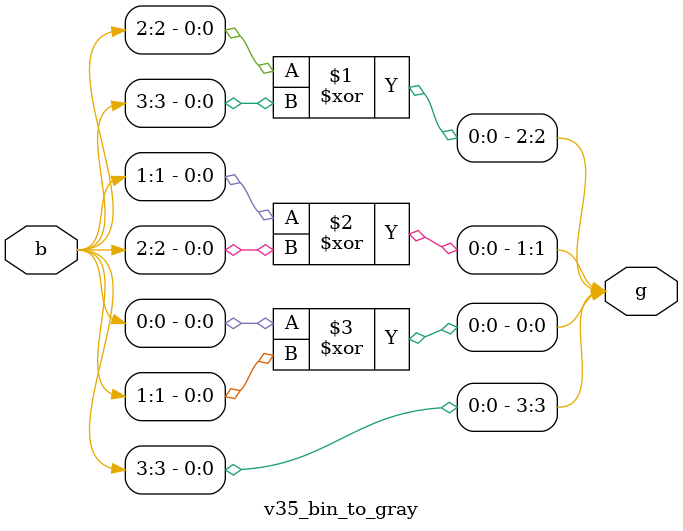
<source format=v>
module v35_bin_to_gray (b, g);//2
input [3:0] b;				  //3
output [3:0] g;				  //4
assign g[3]= b[3];			  //5
assign g[2]= b[2]^b[3];		  //6
assign g[1]= b[1]^b[2]; 	  //7
assign g[0]= b[0]^b[1]; 	  //8
endmodule					  //9
</source>
